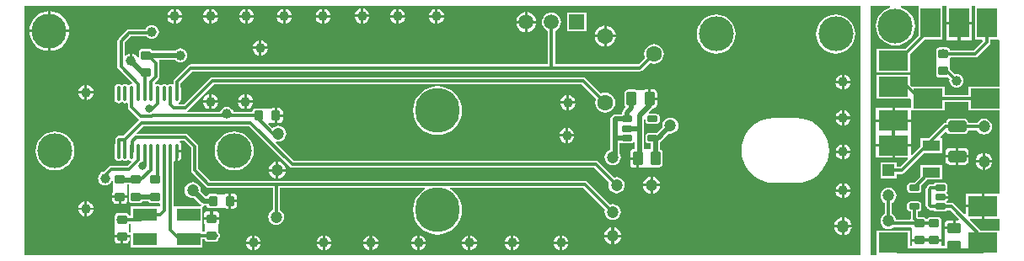
<source format=gbl>
G04 Layer_Physical_Order=2*
G04 Layer_Color=16711680*
%FSLAX42Y42*%
%MOMM*%
G71*
G01*
G75*
G04:AMPARAMS|DCode=10|XSize=1mm|YSize=0.9mm|CornerRadius=0.11mm|HoleSize=0mm|Usage=FLASHONLY|Rotation=90.000|XOffset=0mm|YOffset=0mm|HoleType=Round|Shape=RoundedRectangle|*
%AMROUNDEDRECTD10*
21,1,1.00,0.68,0,0,90.0*
21,1,0.78,0.90,0,0,90.0*
1,1,0.23,0.34,0.39*
1,1,0.23,0.34,-0.39*
1,1,0.23,-0.34,-0.39*
1,1,0.23,-0.34,0.39*
%
%ADD10ROUNDEDRECTD10*%
%ADD11R,3.00X2.00*%
%ADD14C,0.30*%
%ADD15C,0.50*%
%ADD16C,1.20*%
%ADD17C,4.50*%
%ADD18C,3.50*%
%ADD19C,1.60*%
%ADD20C,1.50*%
%ADD21R,1.50X1.50*%
%ADD22R,1.20X1.20*%
%ADD23C,1.52*%
%ADD24C,1.00*%
%ADD25C,1.27*%
%ADD26C,0.80*%
G04:AMPARAMS|DCode=27|XSize=1mm|YSize=0.9mm|CornerRadius=0.11mm|HoleSize=0mm|Usage=FLASHONLY|Rotation=0.000|XOffset=0mm|YOffset=0mm|HoleType=Round|Shape=RoundedRectangle|*
%AMROUNDEDRECTD27*
21,1,1.00,0.68,0,0,0.0*
21,1,0.78,0.90,0,0,0.0*
1,1,0.23,0.39,-0.34*
1,1,0.23,-0.39,-0.34*
1,1,0.23,-0.39,0.34*
1,1,0.23,0.39,0.34*
%
%ADD27ROUNDEDRECTD27*%
%ADD28R,2.40X1.30*%
G04:AMPARAMS|DCode=29|XSize=1.4mm|YSize=1mm|CornerRadius=0.13mm|HoleSize=0mm|Usage=FLASHONLY|Rotation=90.000|XOffset=0mm|YOffset=0mm|HoleType=Round|Shape=RoundedRectangle|*
%AMROUNDEDRECTD29*
21,1,1.40,0.75,0,0,90.0*
21,1,1.15,1.00,0,0,90.0*
1,1,0.25,0.38,0.57*
1,1,0.25,0.38,-0.57*
1,1,0.25,-0.38,-0.57*
1,1,0.25,-0.38,0.57*
%
%ADD29ROUNDEDRECTD29*%
%ADD30O,0.40X1.50*%
G04:AMPARAMS|DCode=31|XSize=0.6mm|YSize=1mm|CornerRadius=0.08mm|HoleSize=0mm|Usage=FLASHONLY|Rotation=90.000|XOffset=0mm|YOffset=0mm|HoleType=Round|Shape=RoundedRectangle|*
%AMROUNDEDRECTD31*
21,1,0.60,0.85,0,0,90.0*
21,1,0.45,1.00,0,0,90.0*
1,1,0.15,0.42,0.23*
1,1,0.15,0.42,-0.23*
1,1,0.15,-0.42,-0.23*
1,1,0.15,-0.42,0.23*
%
%ADD31ROUNDEDRECTD31*%
%ADD32R,2.00X3.00*%
G04:AMPARAMS|DCode=33|XSize=1.8mm|YSize=1.15mm|CornerRadius=0.14mm|HoleSize=0mm|Usage=FLASHONLY|Rotation=0.000|XOffset=0mm|YOffset=0mm|HoleType=Round|Shape=RoundedRectangle|*
%AMROUNDEDRECTD33*
21,1,1.80,0.86,0,0,0.0*
21,1,1.51,1.15,0,0,0.0*
1,1,0.29,0.76,-0.43*
1,1,0.29,-0.76,-0.43*
1,1,0.29,-0.76,0.43*
1,1,0.29,0.76,0.43*
%
%ADD33ROUNDEDRECTD33*%
%ADD34R,1.80X1.10*%
G04:AMPARAMS|DCode=35|XSize=1.4mm|YSize=1mm|CornerRadius=0.13mm|HoleSize=0mm|Usage=FLASHONLY|Rotation=180.000|XOffset=0mm|YOffset=0mm|HoleType=Round|Shape=RoundedRectangle|*
%AMROUNDEDRECTD35*
21,1,1.40,0.75,0,0,180.0*
21,1,1.15,1.00,0,0,180.0*
1,1,0.25,-0.57,0.38*
1,1,0.25,0.57,0.38*
1,1,0.25,0.57,-0.38*
1,1,0.25,-0.57,-0.38*
%
%ADD35ROUNDEDRECTD35*%
G36*
X9600Y2210D02*
X9672D01*
X9677Y2197D01*
X9585Y2106D01*
X9350D01*
X9348Y2116D01*
X9341Y2126D01*
X9331Y2133D01*
X9319Y2136D01*
X9280D01*
X9280Y2136D01*
X9280Y2136D01*
X9241D01*
X9229Y2133D01*
X9219Y2126D01*
X9212Y2116D01*
X9209Y2104D01*
Y2036D01*
X9211Y2026D01*
X9210Y2025D01*
Y1945D01*
X9211Y1944D01*
X9209Y1934D01*
Y1866D01*
X9212Y1854D01*
X9219Y1844D01*
X9229Y1837D01*
X9241Y1834D01*
X9319D01*
X9326Y1836D01*
X9345Y1817D01*
X9342Y1800D01*
X9345Y1781D01*
X9352Y1764D01*
X9363Y1750D01*
X9378Y1739D01*
X9395Y1732D01*
X9413Y1729D01*
X9431Y1732D01*
X9448Y1739D01*
X9463Y1750D01*
X9474Y1764D01*
X9481Y1781D01*
X9483Y1800D01*
X9481Y1818D01*
X9474Y1835D01*
X9463Y1850D01*
X9448Y1861D01*
X9431Y1868D01*
X9413Y1870D01*
X9395Y1868D01*
X9351Y1912D01*
Y1934D01*
X9349Y1944D01*
X9350Y1945D01*
Y2025D01*
X9359Y2034D01*
X9600D01*
X9614Y2037D01*
X9625Y2045D01*
X9745Y2165D01*
X9753Y2176D01*
X9756Y2190D01*
Y2210D01*
X9840D01*
X9850Y2203D01*
Y1740D01*
X9530D01*
Y1656D01*
X9300D01*
Y1740D01*
X8970D01*
X8950Y1760D01*
Y1860D01*
X8610D01*
Y1620D01*
X8950D01*
X8960Y1613D01*
Y1536D01*
X8955Y1525D01*
X8947Y1525D01*
X8793D01*
Y1413D01*
X8955D01*
Y1489D01*
X8960Y1500D01*
X8968Y1500D01*
X9300D01*
Y1584D01*
X9530D01*
Y1500D01*
X9850D01*
Y665D01*
X9693D01*
Y540D01*
Y415D01*
X9850D01*
Y303D01*
X9850Y290D01*
X9660D01*
X9548Y403D01*
X9552Y415D01*
X9667D01*
Y527D01*
X9505D01*
Y462D01*
X9493Y458D01*
X9390Y560D01*
X9379Y568D01*
X9365Y571D01*
X9319D01*
X9317Y577D01*
X9316Y584D01*
X9323Y595D01*
X9326Y607D01*
Y617D01*
X9250D01*
Y643D01*
X9326D01*
Y653D01*
X9323Y665D01*
X9316Y676D01*
X9318Y691D01*
X9318Y692D01*
X9321Y703D01*
Y747D01*
X9318Y758D01*
X9312Y767D01*
X9303Y773D01*
X9293Y776D01*
X9207D01*
X9197Y773D01*
X9188Y767D01*
X9183Y761D01*
X9155D01*
X9141Y758D01*
X9130Y750D01*
X9115Y735D01*
X9107Y724D01*
X9104Y710D01*
Y550D01*
X9107Y536D01*
X9115Y525D01*
X9130Y510D01*
X9141Y502D01*
X9155Y499D01*
X9183D01*
X9188Y493D01*
X9197Y487D01*
X9207Y484D01*
X9293D01*
X9303Y487D01*
X9312Y493D01*
X9317Y499D01*
X9350D01*
X9441Y409D01*
X9435Y396D01*
X9403D01*
Y320D01*
X9390D01*
Y307D01*
X9294D01*
Y283D01*
X9297Y268D01*
X9300Y263D01*
Y183D01*
X9300Y182D01*
X9299Y177D01*
Y136D01*
X9269D01*
X9266Y143D01*
X9264Y149D01*
X9266Y161D01*
Y182D01*
X9190D01*
Y208D01*
X9266D01*
Y229D01*
X9263Y243D01*
X9260Y248D01*
Y320D01*
X9259Y321D01*
X9261Y331D01*
Y399D01*
X9258Y411D01*
X9251Y421D01*
X9241Y428D01*
X9229Y431D01*
X9151D01*
X9139Y428D01*
X9129Y421D01*
X9122Y411D01*
X9121Y409D01*
X9109D01*
X9108Y411D01*
X9101Y421D01*
X9091Y428D01*
X9079Y431D01*
X9026D01*
Y484D01*
X9032D01*
X9043Y487D01*
X9052Y493D01*
X9058Y502D01*
X9061Y512D01*
Y557D01*
X9058Y568D01*
X9052Y577D01*
X9043Y583D01*
X9032Y586D01*
X8947D01*
X8937Y583D01*
X8928Y577D01*
X8922Y568D01*
X8919Y557D01*
Y512D01*
X8922Y502D01*
X8928Y493D01*
X8937Y487D01*
X8947Y484D01*
X8954D01*
Y415D01*
X8955Y413D01*
X8944Y401D01*
X8809D01*
X8808Y411D01*
X8800Y430D01*
X8787Y447D01*
X8770Y460D01*
X8766Y462D01*
Y572D01*
X8770Y574D01*
X8787Y587D01*
X8800Y604D01*
X8808Y623D01*
X8811Y644D01*
X8808Y665D01*
X8800Y684D01*
X8787Y701D01*
X8770Y714D01*
X8751Y722D01*
X8730Y725D01*
X8709Y722D01*
X8690Y714D01*
X8673Y701D01*
X8660Y684D01*
X8652Y665D01*
X8649Y644D01*
X8652Y623D01*
X8660Y604D01*
X8673Y587D01*
X8690Y574D01*
X8694Y572D01*
Y462D01*
X8690Y460D01*
X8673Y447D01*
X8660Y430D01*
X8652Y411D01*
X8649Y390D01*
X8652Y369D01*
X8660Y350D01*
X8673Y333D01*
X8690Y320D01*
X8709Y312D01*
X8730Y309D01*
X8751Y312D01*
X8770Y320D01*
X8782Y329D01*
X8961D01*
X8970Y320D01*
Y248D01*
X8967Y243D01*
X8964Y229D01*
Y208D01*
X9040D01*
Y182D01*
X8964D01*
Y161D01*
X8966Y152D01*
X8958Y141D01*
X8950Y143D01*
Y290D01*
X8610D01*
Y50D01*
X8550D01*
Y2550D01*
X8744D01*
X8746Y2537D01*
X8725Y2531D01*
X8691Y2513D01*
X8661Y2489D01*
X8637Y2459D01*
X8619Y2425D01*
X8608Y2388D01*
X8604Y2350D01*
X8608Y2312D01*
X8619Y2275D01*
X8637Y2241D01*
X8661Y2211D01*
X8691Y2187D01*
X8725Y2169D01*
X8762Y2158D01*
X8800Y2154D01*
X8838Y2158D01*
X8875Y2169D01*
X8909Y2187D01*
X8939Y2211D01*
X8963Y2241D01*
X8981Y2275D01*
X8992Y2312D01*
X8996Y2350D01*
X8992Y2388D01*
X8981Y2425D01*
X8963Y2459D01*
X8939Y2489D01*
X8909Y2513D01*
X8875Y2531D01*
X8854Y2537D01*
X8856Y2550D01*
X9030D01*
Y2250D01*
X8900Y2120D01*
X8610D01*
Y1880D01*
X8950D01*
Y2070D01*
X9090Y2210D01*
X9270D01*
Y2550D01*
X9315D01*
Y2393D01*
X9440D01*
X9565D01*
Y2550D01*
X9600D01*
Y2210D01*
D02*
G37*
G36*
X8450Y50D02*
X50D01*
Y2550D01*
X8450Y2550D01*
Y50D01*
D02*
G37*
%LPC*%
G36*
X9565Y2367D02*
X9453D01*
Y2205D01*
X9565D01*
Y2367D01*
D02*
G37*
G36*
X9427D02*
X9315D01*
Y2205D01*
X9427D01*
Y2367D01*
D02*
G37*
G36*
X8767Y1525D02*
X8605D01*
Y1413D01*
X8767D01*
Y1525D01*
D02*
G37*
G36*
X9690Y1421D02*
X9669Y1418D01*
X9650Y1410D01*
X9633Y1397D01*
X9620Y1380D01*
X9618Y1376D01*
X9531D01*
Y1383D01*
X9528Y1397D01*
X9520Y1408D01*
X9509Y1416D01*
X9496Y1418D01*
X9344D01*
X9331Y1416D01*
X9320Y1408D01*
X9312Y1397D01*
X9309Y1383D01*
Y1376D01*
X9305D01*
X9291Y1373D01*
X9280Y1365D01*
X9140Y1225D01*
X9050D01*
Y1135D01*
X8967Y1053D01*
X8955Y1057D01*
Y1137D01*
X8793D01*
Y1025D01*
X8923D01*
X8927Y1013D01*
X8848Y934D01*
X8810D01*
Y978D01*
X8650D01*
Y818D01*
X8810D01*
Y862D01*
X8863D01*
X8877Y865D01*
X8888Y873D01*
X9090Y1075D01*
X9270D01*
Y1225D01*
X9257D01*
X9252Y1237D01*
X9300Y1284D01*
X9314Y1281D01*
X9320Y1272D01*
X9331Y1264D01*
X9344Y1262D01*
X9496D01*
X9509Y1264D01*
X9520Y1272D01*
X9528Y1283D01*
X9531Y1297D01*
Y1304D01*
X9618D01*
X9620Y1300D01*
X9633Y1283D01*
X9650Y1270D01*
X9669Y1262D01*
X9690Y1259D01*
X9711Y1262D01*
X9730Y1270D01*
X9747Y1283D01*
X9760Y1300D01*
X9768Y1319D01*
X9771Y1340D01*
X9768Y1361D01*
X9760Y1380D01*
X9747Y1397D01*
X9730Y1410D01*
X9711Y1418D01*
X9690Y1421D01*
D02*
G37*
G36*
X8955Y1387D02*
X8780D01*
X8605D01*
Y1275D01*
Y1163D01*
X8780D01*
X8955D01*
Y1275D01*
Y1387D01*
D02*
G37*
G36*
X9496Y1124D02*
X9433D01*
Y1053D01*
X9536D01*
Y1083D01*
X9533Y1099D01*
X9524Y1112D01*
X9511Y1121D01*
X9496Y1124D01*
D02*
G37*
G36*
X9407D02*
X9344D01*
X9329Y1121D01*
X9316Y1112D01*
X9307Y1099D01*
X9304Y1083D01*
Y1053D01*
X9407D01*
Y1124D01*
D02*
G37*
G36*
X8767Y1137D02*
X8605D01*
Y1025D01*
X8767D01*
Y1137D01*
D02*
G37*
G36*
X9703Y1074D02*
Y1003D01*
X9774D01*
X9773Y1012D01*
X9765Y1033D01*
X9751Y1051D01*
X9733Y1065D01*
X9712Y1073D01*
X9703Y1074D01*
D02*
G37*
G36*
X9677Y1074D02*
X9668Y1073D01*
X9647Y1065D01*
X9629Y1051D01*
X9615Y1033D01*
X9607Y1012D01*
X9606Y1003D01*
X9677D01*
Y1074D01*
D02*
G37*
G36*
X9536Y1027D02*
X9433D01*
Y956D01*
X9496D01*
X9511Y959D01*
X9524Y968D01*
X9533Y981D01*
X9536Y997D01*
Y1027D01*
D02*
G37*
G36*
X9407D02*
X9304D01*
Y997D01*
X9307Y981D01*
X9316Y968D01*
X9329Y959D01*
X9344Y956D01*
X9407D01*
Y1027D01*
D02*
G37*
G36*
X9774Y977D02*
X9703D01*
Y906D01*
X9712Y907D01*
X9733Y915D01*
X9751Y929D01*
X9765Y947D01*
X9773Y968D01*
X9774Y977D01*
D02*
G37*
G36*
X9677D02*
X9606D01*
X9607Y968D01*
X9615Y947D01*
X9629Y929D01*
X9647Y915D01*
X9668Y907D01*
X9677Y906D01*
Y977D01*
D02*
G37*
G36*
X9270Y955D02*
X9050D01*
Y835D01*
X8990Y776D01*
X8947D01*
X8937Y773D01*
X8928Y767D01*
X8922Y758D01*
X8919Y747D01*
Y703D01*
X8922Y692D01*
X8928Y683D01*
X8937Y677D01*
X8947Y674D01*
X9032D01*
X9043Y677D01*
X9052Y683D01*
X9058Y692D01*
X9061Y703D01*
Y745D01*
X9120Y805D01*
X9270D01*
Y955D01*
D02*
G37*
G36*
X9667Y665D02*
X9505D01*
Y553D01*
X9667D01*
Y665D01*
D02*
G37*
G36*
X9377Y396D02*
X9332D01*
X9318Y393D01*
X9305Y385D01*
X9297Y372D01*
X9294Y358D01*
Y333D01*
X9377D01*
Y396D01*
D02*
G37*
G36*
X3455Y2527D02*
Y2465D01*
X3517D01*
X3516Y2472D01*
X3509Y2491D01*
X3496Y2506D01*
X3481Y2519D01*
X3462Y2526D01*
X3455Y2527D01*
D02*
G37*
G36*
X3430D02*
X3423Y2526D01*
X3405Y2519D01*
X3389Y2506D01*
X3377Y2491D01*
X3369Y2472D01*
X3368Y2465D01*
X3430D01*
Y2527D01*
D02*
G37*
G36*
X4203Y2524D02*
Y2463D01*
X4264D01*
X4263Y2470D01*
X4256Y2488D01*
X4244Y2504D01*
X4228Y2516D01*
X4210Y2523D01*
X4203Y2524D01*
D02*
G37*
G36*
X4177D02*
X4170Y2523D01*
X4152Y2516D01*
X4136Y2504D01*
X4124Y2488D01*
X4117Y2470D01*
X4116Y2463D01*
X4177D01*
Y2524D01*
D02*
G37*
G36*
X3813D02*
Y2463D01*
X3874D01*
X3873Y2470D01*
X3866Y2488D01*
X3854Y2504D01*
X3838Y2516D01*
X3820Y2523D01*
X3813Y2524D01*
D02*
G37*
G36*
X3787D02*
X3780Y2523D01*
X3762Y2516D01*
X3746Y2504D01*
X3734Y2488D01*
X3727Y2470D01*
X3726Y2463D01*
X3787D01*
Y2524D01*
D02*
G37*
G36*
X3063D02*
Y2463D01*
X3124D01*
X3123Y2470D01*
X3116Y2488D01*
X3104Y2504D01*
X3088Y2516D01*
X3070Y2523D01*
X3063Y2524D01*
D02*
G37*
G36*
X3037D02*
X3030Y2523D01*
X3012Y2516D01*
X2996Y2504D01*
X2984Y2488D01*
X2977Y2470D01*
X2976Y2463D01*
X3037D01*
Y2524D01*
D02*
G37*
G36*
X2673D02*
Y2463D01*
X2734D01*
X2733Y2470D01*
X2726Y2488D01*
X2714Y2504D01*
X2698Y2516D01*
X2680Y2523D01*
X2673Y2524D01*
D02*
G37*
G36*
X2647D02*
X2640Y2523D01*
X2622Y2516D01*
X2606Y2504D01*
X2594Y2488D01*
X2587Y2470D01*
X2586Y2463D01*
X2647D01*
Y2524D01*
D02*
G37*
G36*
X2293D02*
Y2463D01*
X2354D01*
X2353Y2470D01*
X2346Y2488D01*
X2334Y2504D01*
X2318Y2516D01*
X2300Y2523D01*
X2293Y2524D01*
D02*
G37*
G36*
X2267D02*
X2260Y2523D01*
X2242Y2516D01*
X2226Y2504D01*
X2214Y2488D01*
X2207Y2470D01*
X2206Y2463D01*
X2267D01*
Y2524D01*
D02*
G37*
G36*
X1933D02*
Y2463D01*
X1994D01*
X1993Y2470D01*
X1986Y2488D01*
X1974Y2504D01*
X1958Y2516D01*
X1940Y2523D01*
X1933Y2524D01*
D02*
G37*
G36*
X1907D02*
X1900Y2523D01*
X1882Y2516D01*
X1866Y2504D01*
X1854Y2488D01*
X1847Y2470D01*
X1846Y2463D01*
X1907D01*
Y2524D01*
D02*
G37*
G36*
X1573D02*
Y2463D01*
X1634D01*
X1633Y2470D01*
X1626Y2488D01*
X1614Y2504D01*
X1598Y2516D01*
X1580Y2523D01*
X1573Y2524D01*
D02*
G37*
G36*
X1547D02*
X1540Y2523D01*
X1522Y2516D01*
X1506Y2504D01*
X1494Y2488D01*
X1487Y2470D01*
X1486Y2463D01*
X1547D01*
Y2524D01*
D02*
G37*
G36*
X5105Y2490D02*
Y2403D01*
X5192D01*
X5190Y2416D01*
X5180Y2441D01*
X5164Y2462D01*
X5143Y2478D01*
X5118Y2488D01*
X5105Y2490D01*
D02*
G37*
G36*
X5079Y2490D02*
X5066Y2488D01*
X5041Y2478D01*
X5020Y2462D01*
X5004Y2441D01*
X4994Y2416D01*
X4992Y2403D01*
X5079D01*
Y2490D01*
D02*
G37*
G36*
X3517Y2440D02*
X3455D01*
Y2378D01*
X3462Y2379D01*
X3481Y2387D01*
X3496Y2399D01*
X3509Y2415D01*
X3516Y2433D01*
X3517Y2440D01*
D02*
G37*
G36*
X3430D02*
X3368D01*
X3369Y2433D01*
X3377Y2415D01*
X3389Y2399D01*
X3405Y2387D01*
X3423Y2379D01*
X3430Y2378D01*
Y2440D01*
D02*
G37*
G36*
X4264Y2437D02*
X4203D01*
Y2376D01*
X4210Y2377D01*
X4228Y2384D01*
X4244Y2396D01*
X4256Y2412D01*
X4263Y2430D01*
X4264Y2437D01*
D02*
G37*
G36*
X4177D02*
X4116D01*
X4117Y2430D01*
X4124Y2412D01*
X4136Y2396D01*
X4152Y2384D01*
X4170Y2377D01*
X4177Y2376D01*
Y2437D01*
D02*
G37*
G36*
X3874D02*
X3813D01*
Y2376D01*
X3820Y2377D01*
X3838Y2384D01*
X3854Y2396D01*
X3866Y2412D01*
X3873Y2430D01*
X3874Y2437D01*
D02*
G37*
G36*
X3787D02*
X3726D01*
X3727Y2430D01*
X3734Y2412D01*
X3746Y2396D01*
X3762Y2384D01*
X3780Y2377D01*
X3787Y2376D01*
Y2437D01*
D02*
G37*
G36*
X3124D02*
X3063D01*
Y2376D01*
X3070Y2377D01*
X3088Y2384D01*
X3104Y2396D01*
X3116Y2412D01*
X3123Y2430D01*
X3124Y2437D01*
D02*
G37*
G36*
X3037D02*
X2976D01*
X2977Y2430D01*
X2984Y2412D01*
X2996Y2396D01*
X3012Y2384D01*
X3030Y2377D01*
X3037Y2376D01*
Y2437D01*
D02*
G37*
G36*
X2734D02*
X2673D01*
Y2376D01*
X2680Y2377D01*
X2698Y2384D01*
X2714Y2396D01*
X2726Y2412D01*
X2733Y2430D01*
X2734Y2437D01*
D02*
G37*
G36*
X2647D02*
X2586D01*
X2587Y2430D01*
X2594Y2412D01*
X2606Y2396D01*
X2622Y2384D01*
X2640Y2377D01*
X2647Y2376D01*
Y2437D01*
D02*
G37*
G36*
X2354D02*
X2293D01*
Y2376D01*
X2300Y2377D01*
X2318Y2384D01*
X2334Y2396D01*
X2346Y2412D01*
X2353Y2430D01*
X2354Y2437D01*
D02*
G37*
G36*
X2267D02*
X2206D01*
X2207Y2430D01*
X2214Y2412D01*
X2226Y2396D01*
X2242Y2384D01*
X2260Y2377D01*
X2267Y2376D01*
Y2437D01*
D02*
G37*
G36*
X1994D02*
X1933D01*
Y2376D01*
X1940Y2377D01*
X1958Y2384D01*
X1974Y2396D01*
X1986Y2412D01*
X1993Y2430D01*
X1994Y2437D01*
D02*
G37*
G36*
X1907D02*
X1846D01*
X1847Y2430D01*
X1854Y2412D01*
X1866Y2396D01*
X1882Y2384D01*
X1900Y2377D01*
X1907Y2376D01*
Y2437D01*
D02*
G37*
G36*
X1634D02*
X1573D01*
Y2376D01*
X1580Y2377D01*
X1598Y2384D01*
X1614Y2396D01*
X1626Y2412D01*
X1633Y2430D01*
X1634Y2437D01*
D02*
G37*
G36*
X1547D02*
X1486D01*
X1487Y2430D01*
X1494Y2412D01*
X1506Y2396D01*
X1522Y2384D01*
X1540Y2377D01*
X1547Y2376D01*
Y2437D01*
D02*
G37*
G36*
X313Y2500D02*
Y2313D01*
X500D01*
X498Y2339D01*
X486Y2377D01*
X467Y2412D01*
X442Y2442D01*
X412Y2467D01*
X377Y2486D01*
X339Y2497D01*
X313Y2500D01*
D02*
G37*
G36*
X287D02*
X261Y2497D01*
X223Y2486D01*
X188Y2467D01*
X158Y2442D01*
X133Y2412D01*
X114Y2377D01*
X103Y2339D01*
X100Y2313D01*
X287D01*
Y2500D01*
D02*
G37*
G36*
X5695Y2485D02*
X5505D01*
Y2295D01*
X5695D01*
Y2485D01*
D02*
G37*
G36*
X5192Y2377D02*
X5105D01*
Y2290D01*
X5118Y2292D01*
X5143Y2302D01*
X5164Y2318D01*
X5180Y2339D01*
X5190Y2364D01*
X5192Y2377D01*
D02*
G37*
G36*
X5079D02*
X4992D01*
X4994Y2364D01*
X5004Y2339D01*
X5020Y2318D01*
X5041Y2302D01*
X5066Y2292D01*
X5079Y2290D01*
Y2377D01*
D02*
G37*
G36*
X5898Y2355D02*
Y2263D01*
X5990D01*
X5988Y2278D01*
X5977Y2303D01*
X5960Y2325D01*
X5938Y2342D01*
X5913Y2353D01*
X5898Y2355D01*
D02*
G37*
G36*
X5872Y2355D02*
X5857Y2353D01*
X5832Y2342D01*
X5810Y2325D01*
X5793Y2303D01*
X5782Y2278D01*
X5780Y2263D01*
X5872D01*
Y2355D01*
D02*
G37*
G36*
X5346Y2486D02*
X5321Y2483D01*
X5298Y2473D01*
X5278Y2458D01*
X5263Y2438D01*
X5253Y2415D01*
X5250Y2390D01*
X5253Y2365D01*
X5263Y2342D01*
X5278Y2322D01*
X5298Y2307D01*
X5310Y2302D01*
Y1966D01*
X1720D01*
X1706Y1963D01*
X1695Y1955D01*
X1557Y1818D01*
X1550Y1806D01*
X1547Y1793D01*
Y1769D01*
X1534Y1762D01*
X1533Y1763D01*
X1518Y1766D01*
X1502Y1763D01*
X1489Y1754D01*
X1481D01*
X1468Y1763D01*
X1453Y1766D01*
X1437Y1763D01*
X1429Y1758D01*
X1420Y1755D01*
X1411Y1758D01*
X1403Y1763D01*
X1387Y1766D01*
X1373Y1763D01*
X1362Y1770D01*
X1361Y1780D01*
X1395Y1815D01*
X1395Y1815D01*
X1395Y1815D01*
X1399Y1821D01*
X1403Y1826D01*
X1403Y1826D01*
X1403Y1826D01*
X1404Y1833D01*
X1406Y1840D01*
X1406Y1840D01*
X1406Y1840D01*
Y1980D01*
X1403Y1994D01*
X1401Y1996D01*
X1408Y2009D01*
X1545D01*
X1562D01*
X1565Y2005D01*
X1580Y1994D01*
X1597Y1987D01*
X1615Y1984D01*
X1633Y1987D01*
X1650Y1994D01*
X1665Y2005D01*
X1676Y2020D01*
X1683Y2037D01*
X1686Y2055D01*
X1683Y2073D01*
X1676Y2090D01*
X1665Y2105D01*
X1650Y2116D01*
X1633Y2123D01*
X1615Y2126D01*
X1597Y2123D01*
X1580Y2116D01*
X1565Y2105D01*
X1562Y2101D01*
X1545D01*
X1338D01*
X1338Y2101D01*
X1331Y2111D01*
X1321Y2118D01*
X1309Y2121D01*
X1231D01*
X1219Y2118D01*
X1209Y2111D01*
X1202Y2101D01*
X1199Y2089D01*
Y2039D01*
X1187Y2036D01*
X1186Y2038D01*
X1174Y2054D01*
X1158Y2066D01*
X1140Y2073D01*
X1133Y2074D01*
Y2000D01*
X1107D01*
Y2074D01*
X1100Y2073D01*
X1082Y2066D01*
X1068Y2055D01*
X1056Y2059D01*
Y2185D01*
X1115Y2244D01*
X1277D01*
X1280Y2240D01*
X1295Y2229D01*
X1312Y2222D01*
X1330Y2219D01*
X1348Y2222D01*
X1365Y2229D01*
X1380Y2240D01*
X1391Y2255D01*
X1398Y2272D01*
X1401Y2290D01*
X1398Y2308D01*
X1391Y2325D01*
X1380Y2340D01*
X1365Y2351D01*
X1348Y2358D01*
X1330Y2361D01*
X1312Y2358D01*
X1295Y2351D01*
X1280Y2340D01*
X1269Y2325D01*
X1265Y2316D01*
X1100D01*
X1086Y2313D01*
X1075Y2305D01*
X995Y2225D01*
X987Y2214D01*
X984Y2200D01*
Y1940D01*
X984Y1940D01*
X984Y1940D01*
X986Y1933D01*
X987Y1926D01*
X987Y1926D01*
X987Y1926D01*
X991Y1921D01*
X995Y1915D01*
X995Y1915D01*
X995Y1915D01*
X1132Y1778D01*
X1129Y1770D01*
X1126Y1766D01*
X1112Y1763D01*
X1099Y1754D01*
X1091D01*
X1078Y1763D01*
X1062Y1766D01*
X1047Y1763D01*
X1034Y1754D01*
X1026D01*
X1013Y1763D01*
X998Y1766D01*
X982Y1763D01*
X969Y1754D01*
X960Y1741D01*
X957Y1725D01*
Y1615D01*
X960Y1599D01*
X969Y1586D01*
X982Y1577D01*
X998Y1574D01*
X1013Y1577D01*
X1026Y1586D01*
X1034D01*
X1047Y1577D01*
X1062Y1574D01*
X1078Y1577D01*
X1079Y1578D01*
X1092Y1571D01*
Y1533D01*
X1095Y1519D01*
X1102Y1507D01*
X1190Y1420D01*
X1197Y1415D01*
X1197Y1415D01*
X1200Y1402D01*
X1199Y1400D01*
X1045Y1246D01*
X998D01*
X984Y1243D01*
X972Y1235D01*
X965Y1224D01*
X962Y1210D01*
Y1164D01*
X960Y1161D01*
X957Y1145D01*
Y1035D01*
X960Y1019D01*
X969Y1006D01*
X982Y997D01*
X998Y994D01*
X1013Y997D01*
X1026Y1006D01*
X1034D01*
X1047Y997D01*
X1062Y994D01*
X1078Y997D01*
X1091Y1006D01*
X1099D01*
X1112Y997D01*
X1118Y996D01*
X1122Y982D01*
X1085Y946D01*
X920D01*
X906Y943D01*
X895Y935D01*
X849Y889D01*
X842Y888D01*
X825Y881D01*
X810Y870D01*
X799Y855D01*
X792Y838D01*
X789Y820D01*
X792Y802D01*
X799Y785D01*
X810Y770D01*
X825Y759D01*
X842Y752D01*
X860Y749D01*
X878Y752D01*
X895Y759D01*
X910Y770D01*
X921Y785D01*
X927Y798D01*
X939Y796D01*
Y771D01*
X941Y761D01*
X940Y760D01*
Y688D01*
X937Y683D01*
X934Y669D01*
Y648D01*
X1086D01*
Y669D01*
X1083Y683D01*
X1080Y688D01*
Y754D01*
X1100D01*
Y680D01*
X1101Y679D01*
X1099Y669D01*
Y601D01*
X1102Y589D01*
X1109Y579D01*
X1119Y572D01*
X1131Y569D01*
X1209D01*
X1221Y572D01*
X1231Y579D01*
X1238Y589D01*
X1238Y589D01*
X1292D01*
X1292Y589D01*
X1299Y579D01*
X1309Y572D01*
X1321Y569D01*
X1399D01*
X1404Y570D01*
X1417Y562D01*
Y539D01*
X1120D01*
Y535D01*
X1120D01*
Y441D01*
X1100D01*
X1098Y451D01*
X1091Y461D01*
X1081Y468D01*
X1069Y471D01*
X991D01*
X979Y468D01*
X969Y461D01*
X962Y451D01*
X959Y439D01*
Y422D01*
X957Y419D01*
X954Y405D01*
X957Y391D01*
X959Y388D01*
Y371D01*
X961Y361D01*
X960Y360D01*
Y288D01*
X957Y283D01*
X954Y269D01*
Y248D01*
X1106D01*
Y269D01*
X1103Y283D01*
X1100Y288D01*
Y359D01*
X1110Y368D01*
X1120Y366D01*
Y365D01*
X1120D01*
Y295D01*
X1120D01*
Y125D01*
X1120D01*
Y120D01*
X1839D01*
Y125D01*
X1840D01*
Y209D01*
X1860D01*
X1862Y199D01*
X1869Y189D01*
X1879Y182D01*
X1891Y179D01*
X1969D01*
X1981Y182D01*
X1991Y189D01*
X1998Y199D01*
X2001Y211D01*
Y217D01*
X2005Y220D01*
X2013Y231D01*
X2016Y245D01*
X2013Y259D01*
X2005Y270D01*
X2001Y273D01*
Y279D01*
X1999Y289D01*
X2000Y290D01*
Y362D01*
X2003Y367D01*
X2006Y381D01*
Y402D01*
X1930D01*
X1854D01*
Y381D01*
X1857Y367D01*
X1860Y362D01*
Y291D01*
X1850Y282D01*
X1840Y284D01*
Y295D01*
X1839D01*
Y365D01*
X1840D01*
Y533D01*
X1843Y538D01*
X1850Y544D01*
X1850Y544D01*
X1881D01*
X1882Y539D01*
X1889Y529D01*
X1899Y522D01*
X1911Y519D01*
X1979D01*
X1989Y521D01*
X1990Y520D01*
X2062D01*
X2067Y517D01*
X2081Y514D01*
X2102D01*
Y590D01*
Y666D01*
X2081D01*
X2067Y663D01*
X2062Y660D01*
X1990D01*
X1989Y659D01*
X1979Y661D01*
X1911D01*
X1899Y658D01*
X1889Y651D01*
X1882Y641D01*
X1881Y637D01*
X1869Y636D01*
X1819Y686D01*
X1821Y700D01*
X1818Y721D01*
X1810Y740D01*
X1797Y757D01*
X1780Y770D01*
X1761Y778D01*
X1740Y781D01*
X1719Y778D01*
X1700Y770D01*
X1683Y757D01*
X1670Y740D01*
X1662Y721D01*
X1659Y700D01*
X1662Y679D01*
X1670Y660D01*
X1683Y643D01*
X1700Y630D01*
X1719Y622D01*
X1740Y619D01*
X1754Y621D01*
X1818Y558D01*
X1826Y552D01*
X1822Y539D01*
X1553D01*
Y987D01*
X1563Y992D01*
X1566Y992D01*
X1570Y991D01*
Y1090D01*
X1582D01*
Y1103D01*
X1629D01*
Y1145D01*
X1625Y1163D01*
X1615Y1178D01*
X1609Y1182D01*
X1613Y1194D01*
X1655D01*
X1724Y1125D01*
Y900D01*
X1727Y886D01*
X1735Y875D01*
X1875Y735D01*
X1886Y727D01*
X1900Y724D01*
X2544D01*
Y502D01*
X2540Y500D01*
X2523Y487D01*
X2510Y470D01*
X2502Y451D01*
X2499Y430D01*
X2502Y409D01*
X2510Y390D01*
X2523Y373D01*
X2540Y360D01*
X2559Y352D01*
X2580Y349D01*
X2601Y352D01*
X2620Y360D01*
X2637Y373D01*
X2650Y390D01*
X2658Y409D01*
X2661Y430D01*
X2658Y451D01*
X2650Y470D01*
X2637Y487D01*
X2620Y500D01*
X2616Y502D01*
Y724D01*
X4074D01*
X4077Y712D01*
X4063Y705D01*
X4026Y674D01*
X3995Y637D01*
X3973Y594D01*
X3959Y548D01*
X3954Y500D01*
X3959Y452D01*
X3973Y406D01*
X3995Y363D01*
X4026Y326D01*
X4063Y295D01*
X4106Y273D01*
X4152Y259D01*
X4200Y254D01*
X4248Y259D01*
X4294Y273D01*
X4337Y295D01*
X4374Y326D01*
X4405Y363D01*
X4427Y406D01*
X4441Y452D01*
X4446Y500D01*
X4441Y548D01*
X4427Y594D01*
X4405Y637D01*
X4374Y674D01*
X4337Y705D01*
X4323Y712D01*
X4326Y724D01*
X5665D01*
X5884Y506D01*
X5882Y501D01*
X5879Y480D01*
X5882Y459D01*
X5890Y440D01*
X5903Y423D01*
X5920Y410D01*
X5939Y402D01*
X5960Y399D01*
X5981Y402D01*
X6000Y410D01*
X6017Y423D01*
X6030Y440D01*
X6038Y459D01*
X6041Y480D01*
X6038Y501D01*
X6030Y520D01*
X6017Y537D01*
X6000Y550D01*
X5981Y558D01*
X5960Y561D01*
X5939Y558D01*
X5934Y556D01*
X5705Y785D01*
X5694Y793D01*
X5680Y796D01*
X1915D01*
X1796Y915D01*
Y1140D01*
X1793Y1154D01*
X1785Y1165D01*
X1695Y1255D01*
X1684Y1263D01*
X1670Y1266D01*
X1184D01*
X1179Y1278D01*
X1245Y1344D01*
X2305D01*
X2715Y935D01*
X2726Y927D01*
X2740Y924D01*
X5775D01*
X5924Y776D01*
X5922Y771D01*
X5919Y750D01*
X5922Y729D01*
X5930Y710D01*
X5943Y693D01*
X5960Y680D01*
X5979Y672D01*
X6000Y669D01*
X6021Y672D01*
X6040Y680D01*
X6057Y693D01*
X6070Y710D01*
X6078Y729D01*
X6081Y750D01*
X6078Y771D01*
X6070Y790D01*
X6057Y807D01*
X6040Y820D01*
X6021Y828D01*
X6000Y831D01*
X5979Y828D01*
X5974Y826D01*
X5815Y985D01*
X5804Y993D01*
X5790Y996D01*
X2755D01*
X2572Y1179D01*
X2579Y1190D01*
X2579Y1190D01*
X2600Y1187D01*
X2621Y1190D01*
X2640Y1198D01*
X2657Y1210D01*
X2670Y1227D01*
X2678Y1247D01*
X2681Y1268D01*
X2678Y1288D01*
X2670Y1308D01*
X2657Y1325D01*
X2640Y1337D01*
X2621Y1345D01*
X2600Y1348D01*
X2579Y1345D01*
X2560Y1337D01*
X2543Y1325D01*
X2500Y1368D01*
X2505Y1380D01*
X2522D01*
X2527Y1377D01*
X2541Y1374D01*
X2562D01*
Y1450D01*
Y1526D01*
X2541D01*
X2527Y1523D01*
X2522Y1520D01*
X2450D01*
X2449Y1519D01*
X2439Y1521D01*
X2371D01*
X2359Y1518D01*
X2349Y1511D01*
X2342Y1501D01*
X2339Y1489D01*
Y1486D01*
X2152D01*
X2146Y1500D01*
X2135Y1515D01*
X2120Y1526D01*
X2103Y1533D01*
X2085Y1536D01*
X2067Y1533D01*
X2050Y1526D01*
X2035Y1515D01*
X2024Y1500D01*
X2018Y1486D01*
X1688D01*
X1686Y1489D01*
X1686Y1498D01*
X1695Y1505D01*
X1955Y1764D01*
X5650D01*
X5794Y1621D01*
X5788Y1606D01*
X5784Y1580D01*
X5788Y1554D01*
X5798Y1530D01*
X5814Y1509D01*
X5835Y1493D01*
X5859Y1483D01*
X5885Y1479D01*
X5911Y1483D01*
X5935Y1493D01*
X5956Y1509D01*
X5972Y1530D01*
X5982Y1554D01*
X5986Y1580D01*
X5982Y1606D01*
X5972Y1630D01*
X5956Y1651D01*
X5935Y1667D01*
X5911Y1677D01*
X5885Y1681D01*
X5859Y1677D01*
X5844Y1671D01*
X5690Y1825D01*
X5679Y1833D01*
X5665Y1836D01*
X1940D01*
X1926Y1833D01*
X1915Y1825D01*
X1655Y1566D01*
X1602D01*
X1600Y1572D01*
X1600Y1578D01*
X1611Y1586D01*
X1620Y1599D01*
X1623Y1615D01*
Y1725D01*
X1620Y1741D01*
X1618Y1744D01*
Y1778D01*
X1735Y1894D01*
X6235D01*
X6249Y1897D01*
X6260Y1905D01*
X6334Y1979D01*
X6349Y1973D01*
X6375Y1969D01*
X6401Y1973D01*
X6425Y1983D01*
X6446Y1999D01*
X6462Y2020D01*
X6472Y2044D01*
X6476Y2070D01*
X6472Y2096D01*
X6462Y2120D01*
X6446Y2141D01*
X6425Y2157D01*
X6401Y2167D01*
X6375Y2171D01*
X6349Y2167D01*
X6325Y2157D01*
X6304Y2141D01*
X6288Y2120D01*
X6278Y2096D01*
X6274Y2070D01*
X6278Y2044D01*
X6284Y2029D01*
X6220Y1966D01*
X5382D01*
Y2302D01*
X5394Y2307D01*
X5414Y2322D01*
X5429Y2342D01*
X5439Y2365D01*
X5442Y2390D01*
X5439Y2415D01*
X5429Y2438D01*
X5414Y2458D01*
X5394Y2473D01*
X5371Y2483D01*
X5346Y2486D01*
D02*
G37*
G36*
X5872Y2237D02*
X5780D01*
X5782Y2222D01*
X5793Y2197D01*
X5810Y2175D01*
X5832Y2158D01*
X5857Y2147D01*
X5872Y2145D01*
Y2237D01*
D02*
G37*
G36*
X5990D02*
X5898D01*
Y2145D01*
X5913Y2147D01*
X5938Y2158D01*
X5960Y2175D01*
X5977Y2197D01*
X5988Y2222D01*
X5990Y2237D01*
D02*
G37*
G36*
X2433Y2204D02*
Y2143D01*
X2494D01*
X2493Y2150D01*
X2486Y2168D01*
X2474Y2184D01*
X2458Y2196D01*
X2440Y2203D01*
X2433Y2204D01*
D02*
G37*
G36*
X2407D02*
X2400Y2203D01*
X2382Y2196D01*
X2366Y2184D01*
X2354Y2168D01*
X2347Y2150D01*
X2346Y2143D01*
X2407D01*
Y2204D01*
D02*
G37*
G36*
X500Y2287D02*
X313D01*
Y2100D01*
X339Y2102D01*
X377Y2114D01*
X412Y2133D01*
X442Y2158D01*
X467Y2188D01*
X486Y2223D01*
X498Y2261D01*
X500Y2287D01*
D02*
G37*
G36*
X287D02*
X100D01*
X103Y2261D01*
X114Y2223D01*
X133Y2188D01*
X158Y2158D01*
X188Y2133D01*
X223Y2114D01*
X261Y2102D01*
X287Y2100D01*
Y2287D01*
D02*
G37*
G36*
X8200Y2466D02*
X8162Y2462D01*
X8125Y2451D01*
X8091Y2433D01*
X8061Y2409D01*
X8037Y2379D01*
X8019Y2345D01*
X8008Y2308D01*
X8004Y2270D01*
X8008Y2232D01*
X8019Y2195D01*
X8037Y2161D01*
X8061Y2131D01*
X8091Y2107D01*
X8125Y2089D01*
X8162Y2078D01*
X8200Y2074D01*
X8238Y2078D01*
X8275Y2089D01*
X8309Y2107D01*
X8339Y2131D01*
X8363Y2161D01*
X8381Y2195D01*
X8392Y2232D01*
X8396Y2270D01*
X8392Y2308D01*
X8381Y2345D01*
X8363Y2379D01*
X8339Y2409D01*
X8309Y2433D01*
X8275Y2451D01*
X8238Y2462D01*
X8200Y2466D01*
D02*
G37*
G36*
X7000D02*
X6962Y2462D01*
X6925Y2451D01*
X6891Y2433D01*
X6861Y2409D01*
X6837Y2379D01*
X6819Y2345D01*
X6808Y2308D01*
X6804Y2270D01*
X6808Y2232D01*
X6819Y2195D01*
X6837Y2161D01*
X6861Y2131D01*
X6891Y2107D01*
X6925Y2089D01*
X6962Y2078D01*
X7000Y2074D01*
X7038Y2078D01*
X7075Y2089D01*
X7109Y2107D01*
X7139Y2131D01*
X7163Y2161D01*
X7181Y2195D01*
X7192Y2232D01*
X7196Y2270D01*
X7192Y2308D01*
X7181Y2345D01*
X7163Y2379D01*
X7139Y2409D01*
X7109Y2433D01*
X7075Y2451D01*
X7038Y2462D01*
X7000Y2466D01*
D02*
G37*
G36*
X2494Y2117D02*
X2433D01*
Y2056D01*
X2440Y2057D01*
X2458Y2064D01*
X2474Y2076D01*
X2486Y2092D01*
X2493Y2110D01*
X2494Y2117D01*
D02*
G37*
G36*
X2407D02*
X2346D01*
X2347Y2110D01*
X2354Y2092D01*
X2366Y2076D01*
X2382Y2064D01*
X2400Y2057D01*
X2407Y2056D01*
Y2117D01*
D02*
G37*
G36*
X8287Y1861D02*
Y1800D01*
X8348D01*
X8347Y1807D01*
X8340Y1825D01*
X8328Y1841D01*
X8312Y1853D01*
X8294Y1860D01*
X8287Y1861D01*
D02*
G37*
G36*
X8261D02*
X8254Y1860D01*
X8236Y1853D01*
X8220Y1841D01*
X8208Y1825D01*
X8200Y1807D01*
X8199Y1800D01*
X8261D01*
Y1861D01*
D02*
G37*
G36*
X8348Y1774D02*
X8287D01*
Y1713D01*
X8294Y1714D01*
X8312Y1721D01*
X8328Y1733D01*
X8340Y1749D01*
X8347Y1767D01*
X8348Y1774D01*
D02*
G37*
G36*
X8261D02*
X8199D01*
X8200Y1767D01*
X8208Y1749D01*
X8220Y1733D01*
X8236Y1721D01*
X8254Y1714D01*
X8261Y1713D01*
Y1774D01*
D02*
G37*
G36*
X6317Y1716D02*
X6293D01*
X6278Y1713D01*
X6273Y1710D01*
X6192D01*
X6192Y1710D01*
X6187Y1711D01*
X6112D01*
X6100Y1708D01*
X6089Y1701D01*
X6082Y1690D01*
X6079Y1677D01*
Y1562D01*
X6082Y1550D01*
X6089Y1539D01*
X6090Y1534D01*
X6068Y1512D01*
X6068Y1512D01*
X6068Y1512D01*
X6064Y1507D01*
X6058Y1498D01*
X6058Y1498D01*
X6058Y1498D01*
X6056Y1490D01*
X6054Y1480D01*
Y1465D01*
X6047Y1463D01*
X6043Y1461D01*
X5985D01*
X5967Y1457D01*
X5953Y1447D01*
X5943Y1433D01*
X5939Y1415D01*
Y1225D01*
Y1108D01*
X5939Y1108D01*
X5920Y1100D01*
X5903Y1087D01*
X5890Y1070D01*
X5882Y1051D01*
X5879Y1030D01*
X5882Y1009D01*
X5890Y990D01*
X5903Y973D01*
X5920Y960D01*
X5939Y952D01*
X5960Y949D01*
X5981Y952D01*
X6000Y960D01*
X6017Y973D01*
X6030Y990D01*
X6038Y1009D01*
X6041Y1030D01*
X6038Y1051D01*
X6031Y1068D01*
Y1176D01*
X6044Y1179D01*
X6047Y1177D01*
X6058Y1174D01*
X6142D01*
X6153Y1177D01*
X6162Y1183D01*
X6168Y1192D01*
X6171Y1202D01*
Y1247D01*
X6168Y1258D01*
X6168Y1259D01*
X6177Y1270D01*
X6184Y1268D01*
Y1116D01*
X6172D01*
X6158Y1113D01*
X6145Y1105D01*
X6137Y1092D01*
X6134Y1078D01*
Y1033D01*
X6210D01*
Y1020D01*
X6223D01*
Y924D01*
X6247D01*
X6262Y927D01*
X6267Y930D01*
X6347D01*
X6348Y930D01*
X6353Y929D01*
X6428D01*
X6440Y932D01*
X6451Y939D01*
X6458Y950D01*
X6461Y962D01*
Y1078D01*
X6458Y1090D01*
X6451Y1101D01*
X6440Y1108D01*
X6436Y1109D01*
Y1185D01*
X6447Y1193D01*
X6526Y1271D01*
X6540Y1269D01*
X6561Y1272D01*
X6580Y1280D01*
X6597Y1293D01*
X6610Y1310D01*
X6618Y1329D01*
X6621Y1350D01*
X6618Y1371D01*
X6610Y1390D01*
X6597Y1407D01*
X6580Y1420D01*
X6561Y1428D01*
X6540Y1431D01*
X6519Y1428D01*
X6500Y1420D01*
X6483Y1407D01*
X6470Y1390D01*
X6462Y1371D01*
X6459Y1350D01*
X6461Y1336D01*
X6401Y1276D01*
X6317D01*
X6307Y1273D01*
X6298Y1267D01*
X6292Y1258D01*
X6289Y1247D01*
Y1202D01*
X6292Y1192D01*
X6298Y1183D01*
X6307Y1177D01*
X6317Y1174D01*
X6344D01*
Y1110D01*
X6276D01*
Y1320D01*
Y1418D01*
X6277Y1419D01*
X6289Y1412D01*
Y1393D01*
X6292Y1382D01*
X6298Y1373D01*
X6307Y1367D01*
X6317Y1364D01*
X6403D01*
X6413Y1367D01*
X6422Y1373D01*
X6428Y1382D01*
X6431Y1393D01*
Y1438D01*
X6428Y1448D01*
X6422Y1457D01*
X6413Y1463D01*
X6403Y1466D01*
X6328D01*
X6323Y1478D01*
X6362Y1518D01*
X6367Y1524D01*
X6368D01*
X6382Y1527D01*
X6395Y1535D01*
X6403Y1548D01*
X6406Y1562D01*
Y1607D01*
X6330D01*
Y1620D01*
X6317D01*
Y1716D01*
D02*
G37*
G36*
X680Y1757D02*
Y1695D01*
X742D01*
X741Y1702D01*
X733Y1721D01*
X721Y1736D01*
X705Y1749D01*
X687Y1756D01*
X680Y1757D01*
D02*
G37*
G36*
X655D02*
X648Y1756D01*
X629Y1749D01*
X614Y1736D01*
X601Y1721D01*
X594Y1702D01*
X593Y1695D01*
X655D01*
Y1757D01*
D02*
G37*
G36*
X6368Y1716D02*
X6343D01*
Y1633D01*
X6406D01*
Y1677D01*
X6403Y1692D01*
X6395Y1705D01*
X6382Y1713D01*
X6368Y1716D01*
D02*
G37*
G36*
X742Y1670D02*
X680D01*
Y1608D01*
X687Y1609D01*
X705Y1617D01*
X721Y1629D01*
X733Y1645D01*
X741Y1663D01*
X742Y1670D01*
D02*
G37*
G36*
X655D02*
X593D01*
X594Y1663D01*
X601Y1645D01*
X614Y1629D01*
X629Y1617D01*
X648Y1609D01*
X655Y1608D01*
Y1670D01*
D02*
G37*
G36*
X2283Y1664D02*
Y1603D01*
X2344D01*
X2343Y1610D01*
X2336Y1628D01*
X2324Y1644D01*
X2308Y1656D01*
X2290Y1663D01*
X2283Y1664D01*
D02*
G37*
G36*
X2257D02*
X2250Y1663D01*
X2232Y1656D01*
X2216Y1644D01*
X2204Y1628D01*
X2197Y1610D01*
X2196Y1603D01*
X2257D01*
Y1664D01*
D02*
G37*
G36*
X1933D02*
Y1603D01*
X1994D01*
X1993Y1610D01*
X1986Y1628D01*
X1974Y1644D01*
X1958Y1656D01*
X1940Y1663D01*
X1933Y1664D01*
D02*
G37*
G36*
X1907D02*
X1900Y1663D01*
X1882Y1656D01*
X1866Y1644D01*
X1854Y1628D01*
X1847Y1610D01*
X1846Y1603D01*
X1907D01*
Y1664D01*
D02*
G37*
G36*
X5523Y1654D02*
Y1593D01*
X5584D01*
X5583Y1600D01*
X5576Y1618D01*
X5564Y1634D01*
X5548Y1646D01*
X5530Y1653D01*
X5523Y1654D01*
D02*
G37*
G36*
X5497D02*
X5490Y1653D01*
X5472Y1646D01*
X5456Y1634D01*
X5444Y1618D01*
X5437Y1600D01*
X5436Y1593D01*
X5497D01*
Y1654D01*
D02*
G37*
G36*
X2344Y1577D02*
X2283D01*
Y1516D01*
X2290Y1517D01*
X2308Y1524D01*
X2324Y1536D01*
X2336Y1552D01*
X2343Y1570D01*
X2344Y1577D01*
D02*
G37*
G36*
X2257D02*
X2196D01*
X2197Y1570D01*
X2204Y1552D01*
X2216Y1536D01*
X2232Y1524D01*
X2250Y1517D01*
X2257Y1516D01*
Y1577D01*
D02*
G37*
G36*
X1994D02*
X1933D01*
Y1516D01*
X1940Y1517D01*
X1958Y1524D01*
X1974Y1536D01*
X1986Y1552D01*
X1993Y1570D01*
X1994Y1577D01*
D02*
G37*
G36*
X1907D02*
X1846D01*
X1847Y1570D01*
X1854Y1552D01*
X1866Y1536D01*
X1882Y1524D01*
X1900Y1517D01*
X1907Y1516D01*
Y1577D01*
D02*
G37*
G36*
X5584Y1567D02*
X5523D01*
Y1506D01*
X5530Y1507D01*
X5548Y1514D01*
X5564Y1526D01*
X5576Y1542D01*
X5583Y1560D01*
X5584Y1567D01*
D02*
G37*
G36*
X5497D02*
X5436D01*
X5437Y1560D01*
X5444Y1542D01*
X5456Y1526D01*
X5472Y1514D01*
X5490Y1507D01*
X5497Y1506D01*
Y1567D01*
D02*
G37*
G36*
X2609Y1526D02*
X2588D01*
Y1463D01*
X2646D01*
Y1489D01*
X2643Y1503D01*
X2635Y1515D01*
X2623Y1523D01*
X2609Y1526D01*
D02*
G37*
G36*
X8287Y1501D02*
Y1440D01*
X8348D01*
X8347Y1447D01*
X8340Y1465D01*
X8328Y1481D01*
X8312Y1493D01*
X8294Y1500D01*
X8287Y1501D01*
D02*
G37*
G36*
X8261D02*
X8254Y1500D01*
X8236Y1493D01*
X8220Y1481D01*
X8208Y1465D01*
X8200Y1447D01*
X8199Y1440D01*
X8261D01*
Y1501D01*
D02*
G37*
G36*
X2646Y1437D02*
X2588D01*
Y1374D01*
X2609D01*
X2623Y1377D01*
X2635Y1385D01*
X2643Y1397D01*
X2646Y1411D01*
Y1437D01*
D02*
G37*
G36*
X8348Y1414D02*
X8287D01*
Y1353D01*
X8294Y1354D01*
X8312Y1361D01*
X8328Y1373D01*
X8340Y1389D01*
X8347Y1407D01*
X8348Y1414D01*
D02*
G37*
G36*
X8261D02*
X8199D01*
X8200Y1407D01*
X8208Y1389D01*
X8220Y1373D01*
X8236Y1361D01*
X8254Y1354D01*
X8261Y1353D01*
Y1414D01*
D02*
G37*
G36*
X5513Y1324D02*
Y1263D01*
X5574D01*
X5573Y1270D01*
X5566Y1288D01*
X5554Y1304D01*
X5538Y1316D01*
X5520Y1323D01*
X5513Y1324D01*
D02*
G37*
G36*
X5487D02*
X5480Y1323D01*
X5462Y1316D01*
X5446Y1304D01*
X5434Y1288D01*
X5427Y1270D01*
X5426Y1263D01*
X5487D01*
Y1324D01*
D02*
G37*
G36*
X4200Y1746D02*
X4152Y1741D01*
X4106Y1727D01*
X4063Y1705D01*
X4026Y1674D01*
X3995Y1637D01*
X3973Y1594D01*
X3959Y1548D01*
X3954Y1500D01*
X3959Y1452D01*
X3973Y1406D01*
X3995Y1363D01*
X4026Y1326D01*
X4063Y1295D01*
X4106Y1273D01*
X4152Y1259D01*
X4200Y1254D01*
X4248Y1259D01*
X4294Y1273D01*
X4337Y1295D01*
X4374Y1326D01*
X4405Y1363D01*
X4427Y1406D01*
X4441Y1452D01*
X4446Y1500D01*
X4441Y1548D01*
X4427Y1594D01*
X4405Y1637D01*
X4374Y1674D01*
X4337Y1705D01*
X4294Y1727D01*
X4248Y1741D01*
X4200Y1746D01*
D02*
G37*
G36*
X5574Y1237D02*
X5513D01*
Y1176D01*
X5520Y1177D01*
X5538Y1184D01*
X5554Y1196D01*
X5566Y1212D01*
X5573Y1230D01*
X5574Y1237D01*
D02*
G37*
G36*
X5487D02*
X5426D01*
X5427Y1230D01*
X5434Y1212D01*
X5446Y1196D01*
X5462Y1184D01*
X5480Y1177D01*
X5487Y1176D01*
Y1237D01*
D02*
G37*
G36*
X8287Y1161D02*
Y1100D01*
X8348D01*
X8347Y1107D01*
X8340Y1125D01*
X8328Y1141D01*
X8312Y1153D01*
X8294Y1160D01*
X8287Y1161D01*
D02*
G37*
G36*
X8261D02*
X8254Y1160D01*
X8236Y1153D01*
X8220Y1141D01*
X8208Y1125D01*
X8200Y1107D01*
X8199Y1100D01*
X8261D01*
Y1161D01*
D02*
G37*
G36*
X8348Y1074D02*
X8287D01*
Y1013D01*
X8294Y1014D01*
X8312Y1021D01*
X8328Y1033D01*
X8340Y1049D01*
X8347Y1067D01*
X8348Y1074D01*
D02*
G37*
G36*
X8261D02*
X8199D01*
X8200Y1067D01*
X8208Y1049D01*
X8220Y1033D01*
X8236Y1021D01*
X8254Y1014D01*
X8261Y1013D01*
Y1074D01*
D02*
G37*
G36*
X1629Y1077D02*
X1595D01*
Y991D01*
X1600Y992D01*
X1615Y1002D01*
X1625Y1017D01*
X1629Y1035D01*
Y1077D01*
D02*
G37*
G36*
X6197Y1007D02*
X6134D01*
Y962D01*
X6137Y948D01*
X6145Y935D01*
X6158Y927D01*
X6172Y924D01*
X6197D01*
Y1007D01*
D02*
G37*
G36*
X2603Y984D02*
Y913D01*
X2674D01*
X2673Y922D01*
X2665Y943D01*
X2651Y961D01*
X2633Y975D01*
X2612Y983D01*
X2603Y984D01*
D02*
G37*
G36*
X2577Y984D02*
X2568Y983D01*
X2547Y975D01*
X2529Y961D01*
X2515Y943D01*
X2507Y922D01*
X2506Y913D01*
X2577D01*
Y984D01*
D02*
G37*
G36*
X2158Y1291D02*
X2119Y1287D01*
X2083Y1276D01*
X2049Y1258D01*
X2019Y1234D01*
X1995Y1204D01*
X1976Y1170D01*
X1965Y1133D01*
X1962Y1095D01*
X1965Y1057D01*
X1976Y1020D01*
X1995Y986D01*
X2019Y956D01*
X2049Y932D01*
X2083Y914D01*
X2119Y903D01*
X2158Y899D01*
X2196Y903D01*
X2232Y914D01*
X2266Y932D01*
X2296Y956D01*
X2320Y986D01*
X2339Y1020D01*
X2350Y1057D01*
X2353Y1095D01*
X2350Y1133D01*
X2339Y1170D01*
X2320Y1204D01*
X2296Y1234D01*
X2266Y1258D01*
X2232Y1276D01*
X2196Y1287D01*
X2158Y1291D01*
D02*
G37*
G36*
X358D02*
X319Y1287D01*
X283Y1276D01*
X249Y1258D01*
X219Y1234D01*
X195Y1204D01*
X176Y1170D01*
X165Y1133D01*
X162Y1095D01*
X165Y1057D01*
X176Y1020D01*
X195Y986D01*
X219Y956D01*
X249Y932D01*
X283Y914D01*
X319Y903D01*
X358Y899D01*
X396Y903D01*
X432Y914D01*
X466Y932D01*
X496Y956D01*
X520Y986D01*
X539Y1020D01*
X550Y1057D01*
X553Y1095D01*
X550Y1133D01*
X539Y1170D01*
X520Y1204D01*
X496Y1234D01*
X466Y1258D01*
X432Y1276D01*
X396Y1287D01*
X358Y1291D01*
D02*
G37*
G36*
X2577Y887D02*
X2506D01*
X2507Y878D01*
X2515Y857D01*
X2529Y839D01*
X2547Y825D01*
X2568Y817D01*
X2577Y816D01*
Y887D01*
D02*
G37*
G36*
X2674D02*
X2603D01*
Y816D01*
X2612Y817D01*
X2633Y825D01*
X2651Y839D01*
X2665Y857D01*
X2673Y878D01*
X2674Y887D01*
D02*
G37*
G36*
X7580Y1426D02*
X7529Y1422D01*
X7479Y1410D01*
X7432Y1390D01*
X7388Y1364D01*
X7349Y1331D01*
X7316Y1292D01*
X7290Y1248D01*
X7270Y1201D01*
X7258Y1151D01*
X7254Y1100D01*
X7258Y1049D01*
X7270Y999D01*
X7290Y952D01*
X7316Y908D01*
X7349Y869D01*
X7388Y836D01*
X7432Y810D01*
X7479Y790D01*
X7529Y778D01*
X7580Y774D01*
Y775D01*
X7582Y775D01*
X7802D01*
X7807Y774D01*
Y774D01*
X7858Y778D01*
X7907Y789D01*
X7955Y809D01*
X7998Y836D01*
X8037Y869D01*
X8070Y908D01*
X8097Y952D01*
X8117Y999D01*
X8129Y1049D01*
X8133Y1100D01*
X8129Y1151D01*
X8117Y1200D01*
X8097Y1248D01*
X8070Y1291D01*
X8037Y1330D01*
X7998Y1363D01*
X7955Y1390D01*
X7907Y1410D01*
X7858Y1422D01*
X7807Y1426D01*
Y1425D01*
X7580D01*
Y1426D01*
D02*
G37*
G36*
X6363Y834D02*
Y763D01*
X6434D01*
X6433Y772D01*
X6425Y793D01*
X6411Y811D01*
X6393Y825D01*
X6372Y833D01*
X6363Y834D01*
D02*
G37*
G36*
X6337D02*
X6328Y833D01*
X6307Y825D01*
X6289Y811D01*
X6275Y793D01*
X6267Y772D01*
X6266Y763D01*
X6337D01*
Y834D01*
D02*
G37*
G36*
X8287Y771D02*
Y710D01*
X8348D01*
X8347Y717D01*
X8340Y735D01*
X8328Y751D01*
X8312Y763D01*
X8294Y770D01*
X8287Y771D01*
D02*
G37*
G36*
X8261D02*
X8254Y770D01*
X8236Y763D01*
X8220Y751D01*
X8208Y735D01*
X8200Y717D01*
X8199Y710D01*
X8261D01*
Y771D01*
D02*
G37*
G36*
X6434Y737D02*
X6363D01*
Y666D01*
X6372Y667D01*
X6393Y675D01*
X6411Y689D01*
X6425Y707D01*
X6433Y728D01*
X6434Y737D01*
D02*
G37*
G36*
X6337D02*
X6266D01*
X6267Y728D01*
X6275Y707D01*
X6289Y689D01*
X6307Y675D01*
X6328Y667D01*
X6337Y666D01*
Y737D01*
D02*
G37*
G36*
X8348Y684D02*
X8287D01*
Y623D01*
X8294Y624D01*
X8312Y631D01*
X8328Y643D01*
X8340Y659D01*
X8347Y677D01*
X8348Y684D01*
D02*
G37*
G36*
X8261D02*
X8199D01*
X8200Y677D01*
X8208Y659D01*
X8220Y643D01*
X8236Y631D01*
X8254Y624D01*
X8261Y623D01*
Y684D01*
D02*
G37*
G36*
X2149Y666D02*
X2128D01*
Y603D01*
X2186D01*
Y629D01*
X2183Y643D01*
X2175Y655D01*
X2163Y663D01*
X2149Y666D01*
D02*
G37*
G36*
X1086Y622D02*
X1023D01*
Y564D01*
X1049D01*
X1063Y567D01*
X1075Y575D01*
X1083Y587D01*
X1086Y601D01*
Y622D01*
D02*
G37*
G36*
X997D02*
X934D01*
Y601D01*
X937Y587D01*
X945Y575D01*
X957Y567D01*
X971Y564D01*
X997D01*
Y622D01*
D02*
G37*
G36*
X680Y587D02*
Y525D01*
X742D01*
X741Y532D01*
X733Y551D01*
X721Y566D01*
X705Y579D01*
X687Y586D01*
X680Y587D01*
D02*
G37*
G36*
X655D02*
X648Y586D01*
X629Y579D01*
X614Y566D01*
X601Y551D01*
X594Y532D01*
X593Y525D01*
X655D01*
Y587D01*
D02*
G37*
G36*
X2186Y577D02*
X2128D01*
Y514D01*
X2149D01*
X2163Y517D01*
X2175Y525D01*
X2183Y537D01*
X2186Y551D01*
Y577D01*
D02*
G37*
G36*
X742Y500D02*
X680D01*
Y438D01*
X687Y439D01*
X705Y447D01*
X721Y459D01*
X733Y475D01*
X741Y493D01*
X742Y500D01*
D02*
G37*
G36*
X655D02*
X593D01*
X594Y493D01*
X601Y475D01*
X614Y459D01*
X629Y447D01*
X648Y439D01*
X655Y438D01*
Y500D01*
D02*
G37*
G36*
X1969Y486D02*
X1943D01*
Y428D01*
X2006D01*
Y449D01*
X2003Y463D01*
X1995Y475D01*
X1983Y483D01*
X1969Y486D01*
D02*
G37*
G36*
X1917D02*
X1891D01*
X1877Y483D01*
X1865Y475D01*
X1857Y463D01*
X1854Y449D01*
Y428D01*
X1917D01*
Y486D01*
D02*
G37*
G36*
X8287Y425D02*
Y350D01*
X8362D01*
X8360Y360D01*
X8351Y382D01*
X8337Y400D01*
X8319Y415D01*
X8297Y424D01*
X8287Y425D01*
D02*
G37*
G36*
X8261D02*
X8251Y424D01*
X8229Y415D01*
X8210Y400D01*
X8196Y382D01*
X8187Y360D01*
X8186Y350D01*
X8261D01*
Y425D01*
D02*
G37*
G36*
X5973Y324D02*
Y253D01*
X6044D01*
X6043Y262D01*
X6035Y283D01*
X6021Y301D01*
X6003Y315D01*
X5982Y323D01*
X5973Y324D01*
D02*
G37*
G36*
X5947Y324D02*
X5938Y323D01*
X5917Y315D01*
X5899Y301D01*
X5885Y283D01*
X5877Y262D01*
X5876Y253D01*
X5947D01*
Y324D01*
D02*
G37*
G36*
X8362Y324D02*
X8287D01*
Y249D01*
X8297Y250D01*
X8319Y259D01*
X8337Y274D01*
X8351Y292D01*
X8360Y314D01*
X8362Y324D01*
D02*
G37*
G36*
X8261D02*
X8186D01*
X8187Y314D01*
X8196Y292D01*
X8210Y274D01*
X8229Y259D01*
X8251Y250D01*
X8261Y249D01*
Y324D01*
D02*
G37*
G36*
X5453Y244D02*
Y183D01*
X5514D01*
X5513Y190D01*
X5506Y208D01*
X5494Y224D01*
X5478Y236D01*
X5460Y243D01*
X5453Y244D01*
D02*
G37*
G36*
X5427D02*
X5420Y243D01*
X5402Y236D01*
X5386Y224D01*
X5374Y208D01*
X5367Y190D01*
X5366Y183D01*
X5427D01*
Y244D01*
D02*
G37*
G36*
X4963D02*
Y183D01*
X5024D01*
X5023Y190D01*
X5016Y208D01*
X5004Y224D01*
X4988Y236D01*
X4970Y243D01*
X4963Y244D01*
D02*
G37*
G36*
X4937D02*
X4930Y243D01*
X4912Y236D01*
X4896Y224D01*
X4884Y208D01*
X4877Y190D01*
X4876Y183D01*
X4937D01*
Y244D01*
D02*
G37*
G36*
X4533D02*
Y183D01*
X4594D01*
X4593Y190D01*
X4586Y208D01*
X4574Y224D01*
X4558Y236D01*
X4540Y243D01*
X4533Y244D01*
D02*
G37*
G36*
X4507D02*
X4500Y243D01*
X4482Y236D01*
X4466Y224D01*
X4454Y208D01*
X4447Y190D01*
X4446Y183D01*
X4507D01*
Y244D01*
D02*
G37*
G36*
X4023D02*
Y183D01*
X4084D01*
X4083Y190D01*
X4076Y208D01*
X4064Y224D01*
X4048Y236D01*
X4030Y243D01*
X4023Y244D01*
D02*
G37*
G36*
X3997D02*
X3990Y243D01*
X3972Y236D01*
X3956Y224D01*
X3944Y208D01*
X3937Y190D01*
X3936Y183D01*
X3997D01*
Y244D01*
D02*
G37*
G36*
X3543D02*
Y183D01*
X3604D01*
X3603Y190D01*
X3596Y208D01*
X3584Y224D01*
X3568Y236D01*
X3550Y243D01*
X3543Y244D01*
D02*
G37*
G36*
X3517D02*
X3510Y243D01*
X3492Y236D01*
X3476Y224D01*
X3464Y208D01*
X3457Y190D01*
X3456Y183D01*
X3517D01*
Y244D01*
D02*
G37*
G36*
X3073D02*
Y183D01*
X3134D01*
X3133Y190D01*
X3126Y208D01*
X3114Y224D01*
X3098Y236D01*
X3080Y243D01*
X3073Y244D01*
D02*
G37*
G36*
X3047D02*
X3040Y243D01*
X3022Y236D01*
X3006Y224D01*
X2994Y208D01*
X2987Y190D01*
X2986Y183D01*
X3047D01*
Y244D01*
D02*
G37*
G36*
X2363D02*
Y183D01*
X2424D01*
X2423Y190D01*
X2416Y208D01*
X2404Y224D01*
X2388Y236D01*
X2370Y243D01*
X2363Y244D01*
D02*
G37*
G36*
X2337D02*
X2330Y243D01*
X2312Y236D01*
X2296Y224D01*
X2284Y208D01*
X2277Y190D01*
X2276Y183D01*
X2337D01*
Y244D01*
D02*
G37*
G36*
X1106Y222D02*
X1043D01*
Y164D01*
X1069D01*
X1083Y167D01*
X1095Y175D01*
X1103Y187D01*
X1106Y201D01*
Y222D01*
D02*
G37*
G36*
X1017D02*
X954D01*
Y201D01*
X957Y187D01*
X965Y175D01*
X977Y167D01*
X991Y164D01*
X1017D01*
Y222D01*
D02*
G37*
G36*
X6044Y227D02*
X5973D01*
Y156D01*
X5982Y157D01*
X6003Y165D01*
X6021Y179D01*
X6035Y197D01*
X6043Y218D01*
X6044Y227D01*
D02*
G37*
G36*
X5947D02*
X5876D01*
X5877Y218D01*
X5885Y197D01*
X5899Y179D01*
X5917Y165D01*
X5938Y157D01*
X5947Y156D01*
Y227D01*
D02*
G37*
G36*
X5514Y157D02*
X5453D01*
Y96D01*
X5460Y97D01*
X5478Y104D01*
X5494Y116D01*
X5506Y132D01*
X5513Y150D01*
X5514Y157D01*
D02*
G37*
G36*
X5427D02*
X5366D01*
X5367Y150D01*
X5374Y132D01*
X5386Y116D01*
X5402Y104D01*
X5420Y97D01*
X5427Y96D01*
Y157D01*
D02*
G37*
G36*
X5024D02*
X4963D01*
Y96D01*
X4970Y97D01*
X4988Y104D01*
X5004Y116D01*
X5016Y132D01*
X5023Y150D01*
X5024Y157D01*
D02*
G37*
G36*
X4937D02*
X4876D01*
X4877Y150D01*
X4884Y132D01*
X4896Y116D01*
X4912Y104D01*
X4930Y97D01*
X4937Y96D01*
Y157D01*
D02*
G37*
G36*
X4594D02*
X4533D01*
Y96D01*
X4540Y97D01*
X4558Y104D01*
X4574Y116D01*
X4586Y132D01*
X4593Y150D01*
X4594Y157D01*
D02*
G37*
G36*
X4507D02*
X4446D01*
X4447Y150D01*
X4454Y132D01*
X4466Y116D01*
X4482Y104D01*
X4500Y97D01*
X4507Y96D01*
Y157D01*
D02*
G37*
G36*
X4084D02*
X4023D01*
Y96D01*
X4030Y97D01*
X4048Y104D01*
X4064Y116D01*
X4076Y132D01*
X4083Y150D01*
X4084Y157D01*
D02*
G37*
G36*
X3997D02*
X3936D01*
X3937Y150D01*
X3944Y132D01*
X3956Y116D01*
X3972Y104D01*
X3990Y97D01*
X3997Y96D01*
Y157D01*
D02*
G37*
G36*
X3604D02*
X3543D01*
Y96D01*
X3550Y97D01*
X3568Y104D01*
X3584Y116D01*
X3596Y132D01*
X3603Y150D01*
X3604Y157D01*
D02*
G37*
G36*
X3517D02*
X3456D01*
X3457Y150D01*
X3464Y132D01*
X3476Y116D01*
X3492Y104D01*
X3510Y97D01*
X3517Y96D01*
Y157D01*
D02*
G37*
G36*
X3134D02*
X3073D01*
Y96D01*
X3080Y97D01*
X3098Y104D01*
X3114Y116D01*
X3126Y132D01*
X3133Y150D01*
X3134Y157D01*
D02*
G37*
G36*
X3047D02*
X2986D01*
X2987Y150D01*
X2994Y132D01*
X3006Y116D01*
X3022Y104D01*
X3040Y97D01*
X3047Y96D01*
Y157D01*
D02*
G37*
G36*
X2424D02*
X2363D01*
Y96D01*
X2370Y97D01*
X2388Y104D01*
X2404Y116D01*
X2416Y132D01*
X2423Y150D01*
X2424Y157D01*
D02*
G37*
G36*
X2337D02*
X2276D01*
X2277Y150D01*
X2284Y132D01*
X2296Y116D01*
X2312Y104D01*
X2330Y97D01*
X2337Y96D01*
Y157D01*
D02*
G37*
%LPD*%
D10*
X2405Y1450D02*
D03*
X2575D02*
D03*
X1945Y590D02*
D03*
X2115D02*
D03*
D11*
X8780Y1740D02*
D03*
X9130Y1620D02*
D03*
X9700D02*
D03*
X8780Y2000D02*
D03*
X8780Y170D02*
D03*
X9680D02*
D03*
X8780Y1150D02*
D03*
Y1400D02*
D03*
X9680Y540D02*
D03*
D14*
X5790Y960D02*
X6000Y750D01*
X2740Y960D02*
X5790D01*
X2320Y1380D02*
X2740Y960D01*
X5680Y760D02*
X5960Y480D01*
X2580Y760D02*
X5680D01*
X1900D02*
X2580D01*
Y430D02*
Y760D01*
X2090Y1450D02*
X2367D01*
X1336D02*
X2085D01*
Y1465D02*
X2090Y1460D01*
X2550Y1268D02*
X2600D01*
X2367Y1450D02*
X2550Y1268D01*
X1230Y1380D02*
X2320D01*
X1020Y1940D02*
Y2200D01*
X1100Y2280D01*
X1300Y1520D02*
X1340D01*
X1215Y1445D02*
X1331D01*
X1336Y1450D01*
X1127Y1533D02*
X1215Y1445D01*
X1340Y1520D02*
X1390Y1570D01*
X1127Y1533D02*
Y1670D01*
X1295Y2055D02*
X1370Y1980D01*
Y1840D02*
Y1980D01*
X1020Y1940D02*
X1193Y1768D01*
Y1670D02*
Y1768D01*
X1100Y2280D02*
X1330D01*
X1390Y1570D02*
Y1668D01*
X1760Y900D02*
X1900Y760D01*
X1060Y1210D02*
X1230Y1380D01*
X1760Y900D02*
Y1140D01*
X1670Y1230D02*
X1760Y1140D01*
X1170Y1230D02*
X1670D01*
X1130Y1190D02*
X1170Y1230D01*
X998Y1210D02*
X1062D01*
X990Y405D02*
X1215D01*
X1735Y245D02*
X1980D01*
X1062Y1090D02*
Y1210D01*
Y1040D02*
Y1090D01*
X998D02*
Y1210D01*
Y1040D02*
Y1090D01*
X1127D02*
X1130Y1092D01*
Y1190D01*
X1940Y1800D02*
X5665D01*
X1670Y1530D02*
X1940Y1800D01*
X1550Y1530D02*
X1670D01*
X5665Y1800D02*
X5885Y1580D01*
X1518Y1562D02*
X1550Y1530D01*
X1518Y1562D02*
Y1670D01*
X6235Y1930D02*
X6375Y2070D01*
X1582Y1793D02*
X1720Y1930D01*
X1582Y1670D02*
Y1793D01*
X920Y910D02*
X1100D01*
X1193Y1002D01*
Y1090D01*
X1240Y940D02*
X1258Y958D01*
Y1090D01*
X1170Y805D02*
X1222D01*
X1322Y905D01*
Y1090D01*
X1360Y805D02*
X1387Y832D01*
Y1040D01*
X1215Y405D02*
X1260Y450D01*
X1700Y210D02*
X1735Y245D01*
X1260Y450D02*
X1410D01*
X1453Y492D01*
Y1040D01*
X1610Y210D02*
X1700D01*
X1518Y303D02*
X1610Y210D01*
X1518Y303D02*
Y1040D01*
X1322Y1793D02*
X1370Y1840D01*
X1322Y1670D02*
Y1793D01*
X1258Y1872D02*
X1270Y1885D01*
X1258Y1670D02*
Y1872D01*
X830Y820D02*
X920Y910D01*
X830Y820D02*
X830Y820D01*
X860D01*
X5346Y1934D02*
Y2390D01*
X1720Y1930D02*
X6235D01*
X9100Y2330D02*
X9150Y2380D01*
X8750Y1990D02*
X8820D01*
X9100Y2270D01*
Y2330D01*
X9720Y2190D02*
Y2380D01*
X9280Y2100D02*
X9310Y2070D01*
X9600D01*
X9720Y2190D01*
X8780Y1150D02*
Y1400D01*
X9130Y1620D02*
X9700D01*
X9040D02*
X9130D01*
X8920Y1740D02*
X9040Y1620D01*
X8780Y1740D02*
X8920D01*
X9040Y365D02*
X9190D01*
X9040Y365D02*
X9040Y365D01*
X8755Y365D02*
X9040D01*
X8730Y390D02*
X8755Y365D01*
X8730Y390D02*
Y644D01*
X8990Y415D02*
X9040Y365D01*
X8990Y415D02*
Y535D01*
X9250D02*
X9365D01*
X9680Y220D01*
Y170D02*
Y220D01*
X9155Y535D02*
X9250D01*
X9140Y550D02*
X9155Y535D01*
X9140Y550D02*
Y710D01*
X9155Y725D01*
X9250D01*
X8730Y898D02*
X8863D01*
X9305Y1340D01*
X9420D01*
X9112Y877D02*
X9140Y905D01*
X8990Y725D02*
X9112Y848D01*
Y877D01*
X9040Y195D02*
X9190D01*
X9420Y1340D02*
X9690D01*
X9280Y1900D02*
X9312D01*
X9413Y1800D01*
D15*
X5960Y1030D02*
X5985Y1055D01*
Y1225D01*
X1740Y700D02*
X1850Y590D01*
X1945D01*
X1120Y2000D02*
X1235Y1885D01*
X1270D01*
X1295Y2055D02*
X1545D01*
X1615Y2055D01*
X1270Y2055D02*
X1295D01*
X6360Y1225D02*
X6415D01*
X6540Y1350D01*
X1155Y800D02*
X1170Y815D01*
X1020Y800D02*
X1155D01*
X1200Y635D02*
X1360D01*
X6210Y1020D02*
X6230Y1040D01*
Y1320D01*
X6360Y1225D02*
X6390Y1195D01*
Y1020D02*
Y1195D01*
X5985Y1415D02*
X6100D01*
X5985Y1225D02*
Y1415D01*
Y1225D02*
X6100D01*
X6330Y1550D02*
Y1620D01*
X6230Y1450D02*
X6330Y1550D01*
X6230Y1320D02*
Y1450D01*
X6100Y1320D02*
X6230D01*
X6150Y1530D02*
Y1620D01*
X6100Y1480D02*
X6150Y1530D01*
X6100Y1415D02*
Y1480D01*
X6353Y2092D02*
X6375Y2070D01*
X5885Y2250D02*
X5905Y2270D01*
X8820Y90D02*
X9680D01*
D16*
X5960Y1030D02*
D03*
X2580Y430D02*
D03*
X5960Y480D02*
D03*
X2590Y900D02*
D03*
X5960Y240D02*
D03*
X2600Y1268D02*
D03*
X6350Y750D02*
D03*
X6000D02*
D03*
X8730Y390D02*
D03*
Y644D02*
D03*
X9690Y990D02*
D03*
Y1340D02*
D03*
X6540Y1350D02*
D03*
X1740Y700D02*
D03*
D17*
X4200Y1500D02*
D03*
Y500D02*
D03*
D18*
X300Y2300D02*
D03*
X8200Y2270D02*
D03*
X7000D02*
D03*
X8800Y2350D02*
D03*
X2158Y1095D02*
D03*
X358D02*
D03*
D19*
X5885Y1580D02*
D03*
Y2250D02*
D03*
X6375Y2070D02*
D03*
D20*
X5092Y2390D02*
D03*
X5346D02*
D03*
D21*
X5600D02*
D03*
D22*
X8730Y898D02*
D03*
D23*
X9667Y527D02*
D03*
X9440Y2380D02*
D03*
X8780Y1400D02*
D03*
Y1150D02*
D03*
X9680Y170D02*
D03*
D24*
X2350D02*
D03*
X2420Y2130D02*
D03*
X2085Y1465D02*
D03*
X1120Y2000D02*
D03*
X1615Y2055D02*
D03*
X1560Y2450D02*
D03*
X1920D02*
D03*
X2280D02*
D03*
X2660D02*
D03*
X3050D02*
D03*
X4190D02*
D03*
X3800D02*
D03*
X3443Y2453D02*
D03*
X3060Y170D02*
D03*
X3530D02*
D03*
X4010D02*
D03*
X4520D02*
D03*
X4950D02*
D03*
X5440D02*
D03*
X8274Y697D02*
D03*
Y1087D02*
D03*
Y1427D02*
D03*
Y1787D02*
D03*
X1330Y2290D02*
D03*
X860Y820D02*
D03*
X5510Y1580D02*
D03*
X5500Y1250D02*
D03*
X1920Y1590D02*
D03*
X2270D02*
D03*
X667Y513D02*
D03*
Y1683D02*
D03*
X9413Y1800D02*
D03*
D25*
X8274Y337D02*
D03*
D26*
X1300Y1520D02*
D03*
X1240Y940D02*
D03*
X1360Y635D02*
D03*
D27*
X1270Y2055D02*
D03*
Y1885D02*
D03*
X1170Y805D02*
D03*
Y635D02*
D03*
X1010Y805D02*
D03*
Y635D02*
D03*
X1360Y805D02*
D03*
Y635D02*
D03*
X1930Y245D02*
D03*
Y415D02*
D03*
X1030Y405D02*
D03*
Y235D02*
D03*
X9280Y1900D02*
D03*
Y2070D02*
D03*
X9040Y195D02*
D03*
Y365D02*
D03*
X9190Y365D02*
D03*
Y195D02*
D03*
D28*
X1260Y210D02*
D03*
X1700D02*
D03*
Y450D02*
D03*
X1260D02*
D03*
D29*
X6150Y1620D02*
D03*
X6330D02*
D03*
X6390Y1020D02*
D03*
X6210D02*
D03*
D30*
X1062Y1670D02*
D03*
X998D02*
D03*
X1193D02*
D03*
X1127D02*
D03*
X1258D02*
D03*
X1322D02*
D03*
X998Y1090D02*
D03*
X1127D02*
D03*
X1062D02*
D03*
X1258D02*
D03*
X1193D02*
D03*
X1322D02*
D03*
X1387Y1670D02*
D03*
X1453D02*
D03*
X1518D02*
D03*
X1582D02*
D03*
X1453Y1090D02*
D03*
X1387D02*
D03*
X1582D02*
D03*
X1518D02*
D03*
D31*
X6360Y1225D02*
D03*
Y1415D02*
D03*
X6100Y1225D02*
D03*
Y1320D02*
D03*
Y1415D02*
D03*
X8990Y535D02*
D03*
X9250Y725D02*
D03*
Y630D02*
D03*
Y535D02*
D03*
X8990Y725D02*
D03*
D32*
X9150Y2380D02*
D03*
X9440D02*
D03*
X9720D02*
D03*
D33*
X9420Y1340D02*
D03*
Y1040D02*
D03*
D34*
X9160Y1150D02*
D03*
Y880D02*
D03*
D35*
X9390Y140D02*
D03*
Y320D02*
D03*
M02*

</source>
